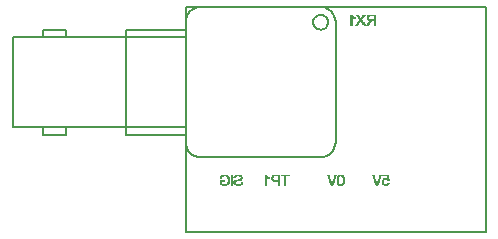
<source format=gbr>
G04 PROTEUS GERBER X2 FILE*
%TF.GenerationSoftware,Labcenter,Proteus,8.6-SP2-Build23525*%
%TF.CreationDate,2017-05-05T12:43:17+00:00*%
%TF.FileFunction,Legend,Bot*%
%TF.FilePolarity,Positive*%
%TF.Part,Single*%
%FSLAX45Y45*%
%MOMM*%
G01*
%TA.AperFunction,Material*%
%ADD70C,0.203200*%
%ADD71C,0.063500*%
%TA.AperFunction,Profile*%
%ADD19C,0.203200*%
%TD.AperFunction*%
D70*
X+1270000Y+762000D02*
X+1270000Y+1778000D01*
X+1267473Y+1803967D01*
X+1260202Y+1827981D01*
X+1248652Y+1849577D01*
X+1233289Y+1868289D01*
X+1214577Y+1883652D01*
X+1192982Y+1895202D01*
X+1168968Y+1902473D01*
X+1143000Y+1905000D01*
X+127000Y+1905000D01*
X+101033Y+1902473D01*
X+77019Y+1895202D01*
X+55423Y+1883652D01*
X+36711Y+1868289D01*
X+21348Y+1849577D01*
X+9798Y+1827981D01*
X+2527Y+1803967D01*
X+0Y+1778000D01*
X+0Y+762000D01*
X+2527Y+736032D01*
X+9798Y+712018D01*
X+21348Y+690423D01*
X+36711Y+671711D01*
X+55423Y+656347D01*
X+77019Y+644798D01*
X+101033Y+637527D01*
X+127000Y+635000D01*
X+1143000Y+635000D01*
X+1168968Y+637527D01*
X+1192982Y+644798D01*
X+1214577Y+656347D01*
X+1233289Y+671711D01*
X+1248652Y+690423D01*
X+1260202Y+712018D01*
X+1267473Y+736032D01*
X+1270000Y+762000D01*
X+1206500Y+1778000D02*
X+1206283Y+1783247D01*
X+1204518Y+1793742D01*
X+1200826Y+1804237D01*
X+1194798Y+1814732D01*
X+1185576Y+1825112D01*
X+1175081Y+1832800D01*
X+1164586Y+1837718D01*
X+1154091Y+1840524D01*
X+1143596Y+1841497D01*
X+1143000Y+1841500D01*
X+1079500Y+1778000D02*
X+1079717Y+1783247D01*
X+1081482Y+1793742D01*
X+1085174Y+1804237D01*
X+1091202Y+1814732D01*
X+1100424Y+1825112D01*
X+1110919Y+1832800D01*
X+1121414Y+1837718D01*
X+1131909Y+1840524D01*
X+1142404Y+1841497D01*
X+1143000Y+1841500D01*
X+1079500Y+1778000D02*
X+1079717Y+1772753D01*
X+1081482Y+1762258D01*
X+1085174Y+1751763D01*
X+1091202Y+1741268D01*
X+1100424Y+1730888D01*
X+1110919Y+1723200D01*
X+1121414Y+1718282D01*
X+1131909Y+1715476D01*
X+1142404Y+1714503D01*
X+1143000Y+1714500D01*
X+1206500Y+1778000D02*
X+1206283Y+1772753D01*
X+1204518Y+1762258D01*
X+1200826Y+1751763D01*
X+1194798Y+1741268D01*
X+1185576Y+1730888D01*
X+1175081Y+1723200D01*
X+1164586Y+1718282D01*
X+1154091Y+1715476D01*
X+1143596Y+1714503D01*
X+1143000Y+1714500D01*
X-1460500Y+889000D02*
X+0Y+889000D01*
X+0Y+1651000D01*
X-1460500Y+1651000D01*
X-1460500Y+889000D01*
X-1206500Y+1651000D02*
X-1206500Y+1714500D01*
X-1016000Y+1714500D02*
X-1016000Y+1651000D01*
X-1016000Y+1714500D02*
X-1206500Y+1714500D01*
X-1016000Y+889000D02*
X-1016000Y+825500D01*
X-1206500Y+825500D01*
X-1206500Y+889000D01*
X-508000Y+825500D02*
X+0Y+825500D01*
X+0Y+1714500D01*
X-508000Y+1714500D01*
X-508000Y+825500D01*
D71*
X+1394920Y+1755775D02*
X+1405080Y+1755775D01*
X+1435560Y+1755775D02*
X+1450800Y+1755775D01*
X+1506680Y+1755775D02*
X+1521920Y+1755775D01*
X+1527000Y+1755775D02*
X+1542240Y+1755775D01*
X+1593040Y+1755775D02*
X+1603200Y+1755775D01*
X+1394920Y+1760855D02*
X+1405080Y+1760855D01*
X+1440640Y+1760855D02*
X+1455880Y+1760855D01*
X+1501600Y+1760855D02*
X+1516840Y+1760855D01*
X+1532080Y+1760855D02*
X+1547320Y+1760855D01*
X+1593040Y+1760855D02*
X+1603200Y+1760855D01*
X+1394920Y+1765935D02*
X+1405080Y+1765935D01*
X+1445720Y+1765935D02*
X+1460960Y+1765935D01*
X+1496520Y+1765935D02*
X+1511760Y+1765935D01*
X+1537160Y+1765935D02*
X+1552400Y+1765935D01*
X+1593040Y+1765935D02*
X+1603200Y+1765935D01*
X+1394920Y+1771015D02*
X+1405080Y+1771015D01*
X+1450800Y+1771015D02*
X+1460960Y+1771015D01*
X+1496520Y+1771015D02*
X+1506680Y+1771015D01*
X+1537160Y+1771015D02*
X+1552400Y+1771015D01*
X+1593040Y+1771015D02*
X+1603200Y+1771015D01*
X+1394920Y+1776095D02*
X+1405080Y+1776095D01*
X+1450800Y+1776095D02*
X+1466040Y+1776095D01*
X+1491440Y+1776095D02*
X+1506680Y+1776095D01*
X+1542240Y+1776095D02*
X+1557480Y+1776095D01*
X+1593040Y+1776095D02*
X+1603200Y+1776095D01*
X+1394920Y+1781175D02*
X+1405080Y+1781175D01*
X+1455880Y+1781175D02*
X+1471120Y+1781175D01*
X+1486360Y+1781175D02*
X+1501600Y+1781175D01*
X+1547320Y+1781175D02*
X+1562560Y+1781175D01*
X+1593040Y+1781175D02*
X+1603200Y+1781175D01*
X+1394920Y+1786255D02*
X+1405080Y+1786255D01*
X+1460960Y+1786255D02*
X+1476200Y+1786255D01*
X+1481280Y+1786255D02*
X+1496520Y+1786255D01*
X+1552400Y+1786255D02*
X+1562560Y+1786255D01*
X+1593040Y+1786255D02*
X+1603200Y+1786255D01*
X+1394920Y+1791335D02*
X+1405080Y+1791335D01*
X+1466040Y+1791335D02*
X+1476200Y+1791335D01*
X+1481280Y+1791335D02*
X+1491440Y+1791335D01*
X+1552400Y+1791335D02*
X+1567640Y+1791335D01*
X+1593040Y+1791335D02*
X+1603200Y+1791335D01*
X+1394920Y+1796415D02*
X+1405080Y+1796415D01*
X+1466040Y+1796415D02*
X+1491440Y+1796415D01*
X+1547320Y+1796415D02*
X+1603200Y+1796415D01*
X+1394920Y+1801495D02*
X+1405080Y+1801495D01*
X+1471120Y+1801495D02*
X+1486360Y+1801495D01*
X+1537160Y+1801495D02*
X+1603200Y+1801495D01*
X+1394920Y+1806575D02*
X+1405080Y+1806575D01*
X+1471120Y+1806575D02*
X+1486360Y+1806575D01*
X+1537160Y+1806575D02*
X+1552400Y+1806575D01*
X+1593040Y+1806575D02*
X+1603200Y+1806575D01*
X+1394920Y+1811655D02*
X+1405080Y+1811655D01*
X+1466040Y+1811655D02*
X+1476200Y+1811655D01*
X+1481280Y+1811655D02*
X+1491440Y+1811655D01*
X+1532080Y+1811655D02*
X+1547320Y+1811655D01*
X+1593040Y+1811655D02*
X+1603200Y+1811655D01*
X+1394920Y+1816735D02*
X+1405080Y+1816735D01*
X+1415240Y+1816735D02*
X+1430480Y+1816735D01*
X+1460960Y+1816735D02*
X+1476200Y+1816735D01*
X+1481280Y+1816735D02*
X+1496520Y+1816735D01*
X+1532080Y+1816735D02*
X+1542240Y+1816735D01*
X+1593040Y+1816735D02*
X+1603200Y+1816735D01*
X+1394920Y+1821815D02*
X+1405080Y+1821815D01*
X+1410160Y+1821815D02*
X+1430480Y+1821815D01*
X+1455880Y+1821815D02*
X+1471120Y+1821815D01*
X+1486360Y+1821815D02*
X+1501600Y+1821815D01*
X+1532080Y+1821815D02*
X+1542240Y+1821815D01*
X+1593040Y+1821815D02*
X+1603200Y+1821815D01*
X+1394920Y+1826895D02*
X+1420320Y+1826895D01*
X+1455880Y+1826895D02*
X+1466040Y+1826895D01*
X+1491440Y+1826895D02*
X+1501600Y+1826895D01*
X+1532080Y+1826895D02*
X+1542240Y+1826895D01*
X+1593040Y+1826895D02*
X+1603200Y+1826895D01*
X+1394920Y+1831975D02*
X+1415240Y+1831975D01*
X+1450800Y+1831975D02*
X+1466040Y+1831975D01*
X+1491440Y+1831975D02*
X+1506680Y+1831975D01*
X+1537160Y+1831975D02*
X+1552400Y+1831975D01*
X+1593040Y+1831975D02*
X+1603200Y+1831975D01*
X+1394920Y+1837055D02*
X+1405080Y+1837055D01*
X+1445720Y+1837055D02*
X+1460960Y+1837055D01*
X+1496520Y+1837055D02*
X+1511760Y+1837055D01*
X+1537160Y+1837055D02*
X+1603200Y+1837055D01*
X+1394920Y+1842135D02*
X+1405080Y+1842135D01*
X+1440640Y+1842135D02*
X+1455880Y+1842135D01*
X+1501600Y+1842135D02*
X+1516840Y+1842135D01*
X+1547320Y+1842135D02*
X+1603200Y+1842135D01*
D19*
X+0Y+0D02*
X+2540000Y+0D01*
X+2540000Y+1905000D01*
X+0Y+1905000D01*
X+0Y+0D01*
D71*
X+307872Y+399415D02*
X+338352Y+399415D01*
X+384072Y+399415D02*
X+394232Y+399415D01*
X+424712Y+399415D02*
X+460272Y+399415D01*
X+297712Y+404495D02*
X+348512Y+404495D01*
X+384072Y+404495D02*
X+394232Y+404495D01*
X+414552Y+404495D02*
X+470432Y+404495D01*
X+287552Y+409575D02*
X+307872Y+409575D01*
X+338352Y+409575D02*
X+358672Y+409575D01*
X+384072Y+409575D02*
X+394232Y+409575D01*
X+409472Y+409575D02*
X+424712Y+409575D01*
X+455192Y+409575D02*
X+475512Y+409575D01*
X+287552Y+414655D02*
X+297712Y+414655D01*
X+348512Y+414655D02*
X+358672Y+414655D01*
X+384072Y+414655D02*
X+394232Y+414655D01*
X+404392Y+414655D02*
X+419632Y+414655D01*
X+465352Y+414655D02*
X+475512Y+414655D01*
X+287552Y+419735D02*
X+297712Y+419735D01*
X+353592Y+419735D02*
X+363752Y+419735D01*
X+384072Y+419735D02*
X+394232Y+419735D01*
X+404392Y+419735D02*
X+414552Y+419735D01*
X+470432Y+419735D02*
X+480592Y+419735D01*
X+287552Y+424815D02*
X+297712Y+424815D01*
X+353592Y+424815D02*
X+363752Y+424815D01*
X+384072Y+424815D02*
X+394232Y+424815D01*
X+404392Y+424815D02*
X+414552Y+424815D01*
X+470432Y+424815D02*
X+480592Y+424815D01*
X+287552Y+429895D02*
X+297712Y+429895D01*
X+358672Y+429895D02*
X+368832Y+429895D01*
X+384072Y+429895D02*
X+394232Y+429895D01*
X+404392Y+429895D02*
X+414552Y+429895D01*
X+287552Y+434975D02*
X+323112Y+434975D01*
X+358672Y+434975D02*
X+368832Y+434975D01*
X+384072Y+434975D02*
X+394232Y+434975D01*
X+409472Y+434975D02*
X+424712Y+434975D01*
X+287552Y+440055D02*
X+323112Y+440055D01*
X+358672Y+440055D02*
X+368832Y+440055D01*
X+384072Y+440055D02*
X+394232Y+440055D01*
X+409472Y+440055D02*
X+450112Y+440055D01*
X+358672Y+445135D02*
X+368832Y+445135D01*
X+384072Y+445135D02*
X+394232Y+445135D01*
X+419632Y+445135D02*
X+465352Y+445135D01*
X+358672Y+450215D02*
X+368832Y+450215D01*
X+384072Y+450215D02*
X+394232Y+450215D01*
X+439952Y+450215D02*
X+470432Y+450215D01*
X+358672Y+455295D02*
X+368832Y+455295D01*
X+384072Y+455295D02*
X+394232Y+455295D01*
X+460272Y+455295D02*
X+475512Y+455295D01*
X+292632Y+460375D02*
X+297712Y+460375D01*
X+353592Y+460375D02*
X+363752Y+460375D01*
X+384072Y+460375D02*
X+394232Y+460375D01*
X+465352Y+460375D02*
X+475512Y+460375D01*
X+287552Y+465455D02*
X+302792Y+465455D01*
X+353592Y+465455D02*
X+363752Y+465455D01*
X+384072Y+465455D02*
X+394232Y+465455D01*
X+404392Y+465455D02*
X+414552Y+465455D01*
X+465352Y+465455D02*
X+475512Y+465455D01*
X+292632Y+470535D02*
X+302792Y+470535D01*
X+348512Y+470535D02*
X+358672Y+470535D01*
X+384072Y+470535D02*
X+394232Y+470535D01*
X+404392Y+470535D02*
X+419632Y+470535D01*
X+465352Y+470535D02*
X+475512Y+470535D01*
X+292632Y+475615D02*
X+312952Y+475615D01*
X+338352Y+475615D02*
X+358672Y+475615D01*
X+384072Y+475615D02*
X+394232Y+475615D01*
X+409472Y+475615D02*
X+424712Y+475615D01*
X+455192Y+475615D02*
X+470432Y+475615D01*
X+297712Y+480695D02*
X+353592Y+480695D01*
X+384072Y+480695D02*
X+394232Y+480695D01*
X+414552Y+480695D02*
X+465352Y+480695D01*
X+307872Y+485775D02*
X+343432Y+485775D01*
X+384072Y+485775D02*
X+394232Y+485775D01*
X+424712Y+485775D02*
X+460272Y+485775D01*
X+1228363Y+399415D02*
X+1243603Y+399415D01*
X+1294403Y+399415D02*
X+1324883Y+399415D01*
X+1228363Y+404495D02*
X+1243603Y+404495D01*
X+1289323Y+404495D02*
X+1329963Y+404495D01*
X+1223283Y+409575D02*
X+1248683Y+409575D01*
X+1284243Y+409575D02*
X+1299483Y+409575D01*
X+1319803Y+409575D02*
X+1335043Y+409575D01*
X+1223283Y+414655D02*
X+1233443Y+414655D01*
X+1238523Y+414655D02*
X+1248683Y+414655D01*
X+1284243Y+414655D02*
X+1294403Y+414655D01*
X+1324883Y+414655D02*
X+1335043Y+414655D01*
X+1223283Y+419735D02*
X+1233443Y+419735D01*
X+1238523Y+419735D02*
X+1248683Y+419735D01*
X+1279163Y+419735D02*
X+1289323Y+419735D01*
X+1329963Y+419735D02*
X+1340123Y+419735D01*
X+1218203Y+424815D02*
X+1233443Y+424815D01*
X+1238523Y+424815D02*
X+1253763Y+424815D01*
X+1279163Y+424815D02*
X+1289323Y+424815D01*
X+1329963Y+424815D02*
X+1340123Y+424815D01*
X+1218203Y+429895D02*
X+1228363Y+429895D01*
X+1243603Y+429895D02*
X+1253763Y+429895D01*
X+1279163Y+429895D02*
X+1289323Y+429895D01*
X+1329963Y+429895D02*
X+1340123Y+429895D01*
X+1218203Y+434975D02*
X+1228363Y+434975D01*
X+1243603Y+434975D02*
X+1253763Y+434975D01*
X+1279163Y+434975D02*
X+1289323Y+434975D01*
X+1329963Y+434975D02*
X+1340123Y+434975D01*
X+1213123Y+440055D02*
X+1223283Y+440055D01*
X+1248683Y+440055D02*
X+1258843Y+440055D01*
X+1279163Y+440055D02*
X+1289323Y+440055D01*
X+1329963Y+440055D02*
X+1340123Y+440055D01*
X+1213123Y+445135D02*
X+1223283Y+445135D01*
X+1248683Y+445135D02*
X+1258843Y+445135D01*
X+1279163Y+445135D02*
X+1289323Y+445135D01*
X+1329963Y+445135D02*
X+1340123Y+445135D01*
X+1213123Y+450215D02*
X+1223283Y+450215D01*
X+1248683Y+450215D02*
X+1258843Y+450215D01*
X+1279163Y+450215D02*
X+1289323Y+450215D01*
X+1329963Y+450215D02*
X+1340123Y+450215D01*
X+1208043Y+455295D02*
X+1218203Y+455295D01*
X+1253763Y+455295D02*
X+1263923Y+455295D01*
X+1279163Y+455295D02*
X+1289323Y+455295D01*
X+1329963Y+455295D02*
X+1340123Y+455295D01*
X+1208043Y+460375D02*
X+1218203Y+460375D01*
X+1253763Y+460375D02*
X+1263923Y+460375D01*
X+1279163Y+460375D02*
X+1289323Y+460375D01*
X+1329963Y+460375D02*
X+1340123Y+460375D01*
X+1202963Y+465455D02*
X+1218203Y+465455D01*
X+1253763Y+465455D02*
X+1269003Y+465455D01*
X+1279163Y+465455D02*
X+1289323Y+465455D01*
X+1329963Y+465455D02*
X+1340123Y+465455D01*
X+1202963Y+470535D02*
X+1213123Y+470535D01*
X+1258843Y+470535D02*
X+1269003Y+470535D01*
X+1284243Y+470535D02*
X+1294403Y+470535D01*
X+1324883Y+470535D02*
X+1335043Y+470535D01*
X+1202963Y+475615D02*
X+1213123Y+475615D01*
X+1258843Y+475615D02*
X+1269003Y+475615D01*
X+1284243Y+475615D02*
X+1299483Y+475615D01*
X+1319803Y+475615D02*
X+1335043Y+475615D01*
X+1197883Y+480695D02*
X+1213123Y+480695D01*
X+1258843Y+480695D02*
X+1274083Y+480695D01*
X+1289323Y+480695D02*
X+1329963Y+480695D01*
X+1197883Y+485775D02*
X+1208043Y+485775D01*
X+1263923Y+485775D02*
X+1274083Y+485775D01*
X+1294403Y+485775D02*
X+1324883Y+485775D01*
X+1609363Y+399415D02*
X+1624603Y+399415D01*
X+1680483Y+399415D02*
X+1705883Y+399415D01*
X+1609363Y+404495D02*
X+1624603Y+404495D01*
X+1670323Y+404495D02*
X+1710963Y+404495D01*
X+1604283Y+409575D02*
X+1629683Y+409575D01*
X+1665243Y+409575D02*
X+1680483Y+409575D01*
X+1705883Y+409575D02*
X+1716043Y+409575D01*
X+1604283Y+414655D02*
X+1614443Y+414655D01*
X+1619523Y+414655D02*
X+1629683Y+414655D01*
X+1665243Y+414655D02*
X+1675403Y+414655D01*
X+1705883Y+414655D02*
X+1721123Y+414655D01*
X+1604283Y+419735D02*
X+1614443Y+419735D01*
X+1619523Y+419735D02*
X+1629683Y+419735D01*
X+1660163Y+419735D02*
X+1670323Y+419735D01*
X+1710963Y+419735D02*
X+1721123Y+419735D01*
X+1599203Y+424815D02*
X+1614443Y+424815D01*
X+1619523Y+424815D02*
X+1634763Y+424815D01*
X+1660163Y+424815D02*
X+1670323Y+424815D01*
X+1599203Y+429895D02*
X+1609363Y+429895D01*
X+1624603Y+429895D02*
X+1634763Y+429895D01*
X+1660163Y+429895D02*
X+1670323Y+429895D01*
X+1599203Y+434975D02*
X+1609363Y+434975D01*
X+1624603Y+434975D02*
X+1634763Y+434975D01*
X+1660163Y+434975D02*
X+1670323Y+434975D01*
X+1594123Y+440055D02*
X+1604283Y+440055D01*
X+1629683Y+440055D02*
X+1639843Y+440055D01*
X+1660163Y+440055D02*
X+1675403Y+440055D01*
X+1594123Y+445135D02*
X+1604283Y+445135D01*
X+1629683Y+445135D02*
X+1639843Y+445135D01*
X+1665243Y+445135D02*
X+1675403Y+445135D01*
X+1705883Y+445135D02*
X+1721123Y+445135D01*
X+1594123Y+450215D02*
X+1604283Y+450215D01*
X+1629683Y+450215D02*
X+1639843Y+450215D01*
X+1670323Y+450215D02*
X+1721123Y+450215D01*
X+1589043Y+455295D02*
X+1599203Y+455295D01*
X+1634763Y+455295D02*
X+1644923Y+455295D01*
X+1675403Y+455295D02*
X+1700803Y+455295D01*
X+1705883Y+455295D02*
X+1716043Y+455295D01*
X+1589043Y+460375D02*
X+1599203Y+460375D01*
X+1634763Y+460375D02*
X+1644923Y+460375D01*
X+1705883Y+460375D02*
X+1716043Y+460375D01*
X+1583963Y+465455D02*
X+1599203Y+465455D01*
X+1634763Y+465455D02*
X+1650003Y+465455D01*
X+1705883Y+465455D02*
X+1716043Y+465455D01*
X+1583963Y+470535D02*
X+1594123Y+470535D01*
X+1639843Y+470535D02*
X+1650003Y+470535D01*
X+1705883Y+470535D02*
X+1716043Y+470535D01*
X+1583963Y+475615D02*
X+1594123Y+475615D01*
X+1639843Y+475615D02*
X+1650003Y+475615D01*
X+1705883Y+475615D02*
X+1716043Y+475615D01*
X+1578883Y+480695D02*
X+1594123Y+480695D01*
X+1639843Y+480695D02*
X+1655083Y+480695D01*
X+1665243Y+480695D02*
X+1710963Y+480695D01*
X+1578883Y+485775D02*
X+1589043Y+485775D01*
X+1644923Y+485775D02*
X+1655083Y+485775D01*
X+1665243Y+485775D02*
X+1710963Y+485775D01*
X+671691Y+399415D02*
X+681851Y+399415D01*
X+783451Y+399415D02*
X+793611Y+399415D01*
X+834251Y+399415D02*
X+844411Y+399415D01*
X+671691Y+404495D02*
X+681851Y+404495D01*
X+783451Y+404495D02*
X+793611Y+404495D01*
X+834251Y+404495D02*
X+844411Y+404495D01*
X+671691Y+409575D02*
X+681851Y+409575D01*
X+783451Y+409575D02*
X+793611Y+409575D01*
X+834251Y+409575D02*
X+844411Y+409575D01*
X+671691Y+414655D02*
X+681851Y+414655D01*
X+783451Y+414655D02*
X+793611Y+414655D01*
X+834251Y+414655D02*
X+844411Y+414655D01*
X+671691Y+419735D02*
X+681851Y+419735D01*
X+783451Y+419735D02*
X+793611Y+419735D01*
X+834251Y+419735D02*
X+844411Y+419735D01*
X+671691Y+424815D02*
X+681851Y+424815D01*
X+783451Y+424815D02*
X+793611Y+424815D01*
X+834251Y+424815D02*
X+844411Y+424815D01*
X+671691Y+429895D02*
X+681851Y+429895D01*
X+783451Y+429895D02*
X+793611Y+429895D01*
X+834251Y+429895D02*
X+844411Y+429895D01*
X+671691Y+434975D02*
X+681851Y+434975D01*
X+737731Y+434975D02*
X+793611Y+434975D01*
X+834251Y+434975D02*
X+844411Y+434975D01*
X+671691Y+440055D02*
X+681851Y+440055D01*
X+732651Y+440055D02*
X+793611Y+440055D01*
X+834251Y+440055D02*
X+844411Y+440055D01*
X+671691Y+445135D02*
X+681851Y+445135D01*
X+727571Y+445135D02*
X+742811Y+445135D01*
X+783451Y+445135D02*
X+793611Y+445135D01*
X+834251Y+445135D02*
X+844411Y+445135D01*
X+671691Y+450215D02*
X+681851Y+450215D01*
X+722491Y+450215D02*
X+737731Y+450215D01*
X+783451Y+450215D02*
X+793611Y+450215D01*
X+834251Y+450215D02*
X+844411Y+450215D01*
X+671691Y+455295D02*
X+681851Y+455295D01*
X+722491Y+455295D02*
X+732651Y+455295D01*
X+783451Y+455295D02*
X+793611Y+455295D01*
X+834251Y+455295D02*
X+844411Y+455295D01*
X+671691Y+460375D02*
X+681851Y+460375D01*
X+692011Y+460375D02*
X+707251Y+460375D01*
X+722491Y+460375D02*
X+732651Y+460375D01*
X+783451Y+460375D02*
X+793611Y+460375D01*
X+834251Y+460375D02*
X+844411Y+460375D01*
X+671691Y+465455D02*
X+681851Y+465455D01*
X+686931Y+465455D02*
X+707251Y+465455D01*
X+722491Y+465455D02*
X+732651Y+465455D01*
X+783451Y+465455D02*
X+793611Y+465455D01*
X+834251Y+465455D02*
X+844411Y+465455D01*
X+671691Y+470535D02*
X+697091Y+470535D01*
X+722491Y+470535D02*
X+737731Y+470535D01*
X+783451Y+470535D02*
X+793611Y+470535D01*
X+834251Y+470535D02*
X+844411Y+470535D01*
X+671691Y+475615D02*
X+692011Y+475615D01*
X+727571Y+475615D02*
X+742811Y+475615D01*
X+783451Y+475615D02*
X+793611Y+475615D01*
X+834251Y+475615D02*
X+844411Y+475615D01*
X+671691Y+480695D02*
X+681851Y+480695D01*
X+727571Y+480695D02*
X+793611Y+480695D01*
X+803771Y+480695D02*
X+874891Y+480695D01*
X+671691Y+485775D02*
X+681851Y+485775D01*
X+737731Y+485775D02*
X+793611Y+485775D01*
X+803771Y+485775D02*
X+874891Y+485775D01*
M02*

</source>
